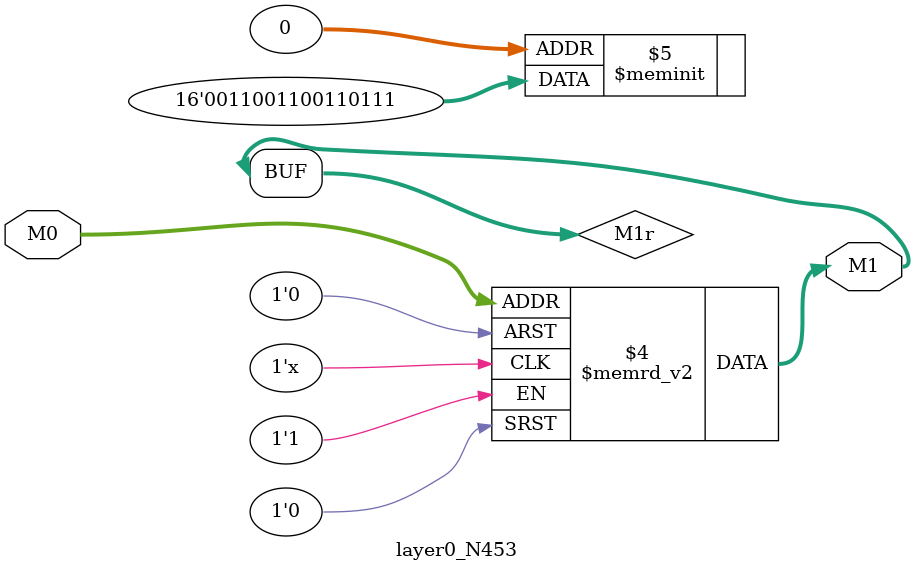
<source format=v>
module layer0_N453 ( input [2:0] M0, output [1:0] M1 );

	(*rom_style = "distributed" *) reg [1:0] M1r;
	assign M1 = M1r;
	always @ (M0) begin
		case (M0)
			3'b000: M1r = 2'b11;
			3'b100: M1r = 2'b11;
			3'b010: M1r = 2'b11;
			3'b110: M1r = 2'b11;
			3'b001: M1r = 2'b01;
			3'b101: M1r = 2'b00;
			3'b011: M1r = 2'b00;
			3'b111: M1r = 2'b00;

		endcase
	end
endmodule

</source>
